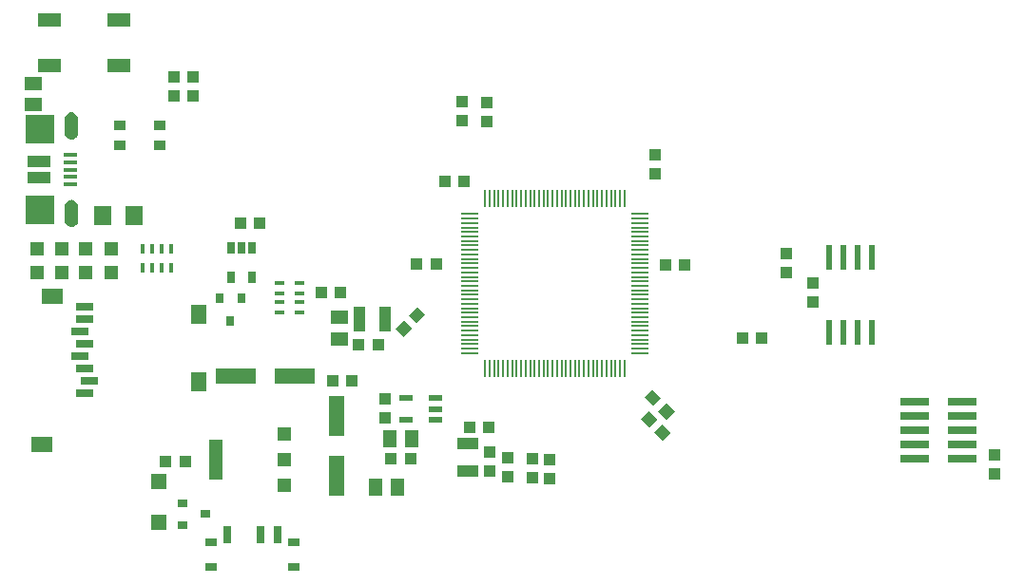
<source format=gbr>
G04 EAGLE Gerber RS-274X export*
G75*
%MOMM*%
%FSLAX34Y34*%
%LPD*%
%INSolderpaste Top*%
%IPPOS*%
%AMOC8*
5,1,8,0,0,1.08239X$1,22.5*%
G01*
%ADD10R,1.240000X1.500000*%
%ADD11R,3.556000X1.400000*%
%ADD12R,1.400000X3.556000*%
%ADD13R,1.200000X1.200000*%
%ADD14R,1.400000X1.400000*%
%ADD15R,1.200000X0.550000*%
%ADD16R,1.300000X1.300000*%
%ADD17R,1.300000X3.600000*%
%ADD18R,1.075000X1.000000*%
%ADD19R,0.889000X0.787400*%
%ADD20R,2.000000X1.000000*%
%ADD21R,2.500000X2.500000*%
%ADD22R,1.250000X0.300000*%
%ADD23R,1.600000X1.803000*%
%ADD24R,2.000000X1.200000*%
%ADD25R,1.500000X1.240000*%
%ADD26R,0.787400X0.889000*%
%ADD27R,0.690000X0.990000*%
%ADD28R,0.450000X0.900000*%
%ADD29R,0.900000X0.450000*%
%ADD30R,2.600000X0.760000*%
%ADD31R,1.000000X1.075000*%
%ADD32R,0.600000X2.200000*%
%ADD33R,1.000000X0.850000*%
%ADD34R,1.016000X2.200000*%
%ADD35R,1.900000X1.100000*%
%ADD36R,1.000000X0.800000*%
%ADD37R,0.700000X1.500000*%
%ADD38R,0.200000X1.600000*%
%ADD39R,1.600000X0.200000*%
%ADD40R,1.900000X1.400000*%
%ADD41R,1.400000X1.800000*%
%ADD42R,1.500000X0.700000*%

G36*
X52278Y407873D02*
X52278Y407873D01*
X53552Y408073D01*
X53599Y408090D01*
X53689Y408111D01*
X54885Y408589D01*
X54928Y408616D01*
X55011Y408656D01*
X56071Y409388D01*
X56107Y409424D01*
X56178Y409482D01*
X57049Y410432D01*
X57076Y410474D01*
X57133Y410547D01*
X57770Y411667D01*
X57787Y411714D01*
X57826Y411797D01*
X58199Y413031D01*
X58204Y413081D01*
X58224Y413171D01*
X58313Y414456D01*
X58311Y414476D01*
X58314Y414500D01*
X58314Y425500D01*
X58312Y425515D01*
X58313Y425535D01*
X58252Y426661D01*
X58241Y426708D01*
X58233Y426784D01*
X57952Y427877D01*
X57932Y427921D01*
X57910Y427994D01*
X57422Y429011D01*
X57394Y429050D01*
X57357Y429117D01*
X56680Y430020D01*
X56645Y430053D01*
X56596Y430111D01*
X55756Y430864D01*
X55715Y430890D01*
X55655Y430938D01*
X54684Y431512D01*
X54639Y431529D01*
X54572Y431565D01*
X53507Y431939D01*
X53460Y431947D01*
X53387Y431969D01*
X52270Y432128D01*
X52242Y432127D01*
X52090Y432128D01*
X50974Y431969D01*
X50928Y431954D01*
X50853Y431939D01*
X49788Y431565D01*
X49746Y431541D01*
X49676Y431512D01*
X48705Y430938D01*
X48668Y430906D01*
X48604Y430864D01*
X47764Y430111D01*
X47735Y430074D01*
X47680Y430020D01*
X47003Y429117D01*
X46981Y429074D01*
X46938Y429011D01*
X46450Y427994D01*
X46437Y427947D01*
X46408Y427877D01*
X46127Y426784D01*
X46124Y426736D01*
X46108Y426661D01*
X46047Y425535D01*
X46049Y425519D01*
X46046Y425500D01*
X46046Y414500D01*
X46049Y414485D01*
X46047Y414465D01*
X46108Y413339D01*
X46120Y413292D01*
X46127Y413216D01*
X46408Y412123D01*
X46428Y412079D01*
X46450Y412006D01*
X46938Y410989D01*
X46967Y410950D01*
X47003Y410883D01*
X47680Y409980D01*
X47715Y409947D01*
X47764Y409889D01*
X48604Y409136D01*
X48645Y409110D01*
X48705Y409062D01*
X49676Y408488D01*
X49721Y408471D01*
X49788Y408435D01*
X50853Y408061D01*
X50900Y408053D01*
X50974Y408031D01*
X52090Y407872D01*
X52091Y407872D01*
X52278Y407873D01*
G37*
G36*
X52278Y329873D02*
X52278Y329873D01*
X53552Y330073D01*
X53599Y330090D01*
X53689Y330111D01*
X54885Y330589D01*
X54928Y330616D01*
X55011Y330656D01*
X56071Y331388D01*
X56107Y331424D01*
X56178Y331482D01*
X57049Y332432D01*
X57076Y332474D01*
X57133Y332547D01*
X57770Y333667D01*
X57787Y333714D01*
X57826Y333797D01*
X58199Y335031D01*
X58204Y335081D01*
X58224Y335171D01*
X58313Y336456D01*
X58311Y336476D01*
X58314Y336500D01*
X58314Y347500D01*
X58312Y347515D01*
X58313Y347535D01*
X58252Y348661D01*
X58241Y348708D01*
X58233Y348784D01*
X57952Y349877D01*
X57932Y349921D01*
X57910Y349994D01*
X57422Y351011D01*
X57394Y351050D01*
X57357Y351117D01*
X56680Y352020D01*
X56645Y352053D01*
X56596Y352111D01*
X55756Y352864D01*
X55715Y352890D01*
X55655Y352938D01*
X54684Y353512D01*
X54639Y353529D01*
X54572Y353565D01*
X53507Y353939D01*
X53460Y353947D01*
X53387Y353969D01*
X52270Y354128D01*
X52242Y354127D01*
X52090Y354128D01*
X50974Y353969D01*
X50928Y353954D01*
X50853Y353939D01*
X49788Y353565D01*
X49746Y353541D01*
X49676Y353512D01*
X48705Y352938D01*
X48668Y352906D01*
X48604Y352864D01*
X47764Y352111D01*
X47735Y352074D01*
X47680Y352020D01*
X47003Y351117D01*
X46981Y351074D01*
X46938Y351011D01*
X46450Y349994D01*
X46437Y349947D01*
X46408Y349877D01*
X46127Y348784D01*
X46124Y348736D01*
X46108Y348661D01*
X46047Y347535D01*
X46049Y347519D01*
X46046Y347500D01*
X46046Y336500D01*
X46049Y336485D01*
X46047Y336465D01*
X46108Y335339D01*
X46120Y335292D01*
X46127Y335216D01*
X46408Y334123D01*
X46428Y334079D01*
X46450Y334006D01*
X46938Y332989D01*
X46967Y332950D01*
X47003Y332883D01*
X47680Y331980D01*
X47715Y331947D01*
X47764Y331889D01*
X48604Y331136D01*
X48645Y331110D01*
X48705Y331062D01*
X49676Y330488D01*
X49721Y330471D01*
X49788Y330435D01*
X50853Y330061D01*
X50900Y330053D01*
X50974Y330031D01*
X52090Y329872D01*
X52091Y329872D01*
X52278Y329873D01*
G37*
D10*
X342240Y97790D03*
X323240Y97790D03*
D11*
X198250Y196596D03*
X251330Y196596D03*
D12*
X288544Y161160D03*
X288544Y108080D03*
D13*
X21590Y289220D03*
X21590Y310220D03*
D14*
X130048Y66336D03*
X130048Y103336D03*
D13*
X87630Y310220D03*
X87630Y289220D03*
D10*
X354940Y140970D03*
X335940Y140970D03*
D15*
X376220Y158140D03*
X376220Y167640D03*
X376220Y177140D03*
X350220Y177140D03*
X350220Y158140D03*
D16*
X241828Y99174D03*
X241828Y122174D03*
X241828Y145174D03*
D17*
X180828Y122174D03*
D18*
X284870Y193040D03*
X301870Y193040D03*
X336940Y123190D03*
X353940Y123190D03*
D19*
X151130Y83566D03*
X151130Y64262D03*
X171450Y73914D03*
D18*
X153280Y120650D03*
X136280Y120650D03*
D20*
X23180Y388500D03*
X23180Y373500D03*
D21*
X24180Y417000D03*
X24180Y345000D03*
D22*
X50930Y394000D03*
X50930Y387500D03*
X50930Y381000D03*
X50930Y374500D03*
X50930Y368000D03*
D13*
X43180Y289220D03*
X43180Y310220D03*
X64770Y289220D03*
X64770Y310220D03*
D23*
X108200Y340360D03*
X79760Y340360D03*
D24*
X94500Y474030D03*
X32500Y474030D03*
X32500Y514030D03*
X94500Y514030D03*
D25*
X17780Y457810D03*
X17780Y438810D03*
D26*
X193802Y246380D03*
X184150Y266700D03*
X203454Y266700D03*
D18*
X202828Y332994D03*
X219828Y332994D03*
D27*
X213208Y310842D03*
X203708Y310842D03*
X194208Y310842D03*
X194208Y284942D03*
X213208Y284942D03*
D28*
X141270Y293760D03*
X141270Y310760D03*
X132270Y293760D03*
X124270Y293760D03*
X115270Y293760D03*
X115270Y310760D03*
X132270Y310760D03*
X124270Y310760D03*
D29*
X237880Y253700D03*
X254880Y253700D03*
X237880Y262700D03*
X237880Y270700D03*
X237880Y279700D03*
X254880Y279700D03*
X254880Y262700D03*
X254880Y270700D03*
D30*
X802730Y123190D03*
X802730Y135890D03*
X802730Y148590D03*
X802730Y161290D03*
X802730Y173990D03*
X845730Y123190D03*
X845730Y135890D03*
X845730Y148590D03*
X845730Y161290D03*
X845730Y173990D03*
D31*
X873760Y109610D03*
X873760Y126610D03*
D32*
X739140Y236090D03*
X739140Y302390D03*
X726440Y236090D03*
X751840Y236090D03*
X764540Y236090D03*
X726440Y302390D03*
X751840Y302390D03*
X764540Y302390D03*
D31*
X712470Y263280D03*
X712470Y280280D03*
D33*
X130530Y402730D03*
X95530Y402730D03*
X130530Y420230D03*
X95530Y420230D03*
D25*
X290925Y249286D03*
X290925Y230286D03*
D34*
X308546Y247868D03*
X331086Y247868D03*
D18*
X291895Y271371D03*
X274895Y271371D03*
D31*
X160174Y446314D03*
X160174Y463314D03*
X424180Y112150D03*
X424180Y129150D03*
D18*
X406790Y151130D03*
X423790Y151130D03*
D35*
X405130Y112460D03*
X405130Y136460D03*
D18*
X325159Y225045D03*
X308159Y225045D03*
D31*
X399829Y441468D03*
X399829Y424468D03*
D18*
G36*
X355147Y239519D02*
X347546Y231918D01*
X340475Y238989D01*
X348076Y246590D01*
X355147Y239519D01*
G37*
G36*
X367168Y251540D02*
X359567Y243939D01*
X352496Y251010D01*
X360097Y258611D01*
X367168Y251540D01*
G37*
G36*
X581727Y173048D02*
X589328Y165447D01*
X582257Y158376D01*
X574656Y165977D01*
X581727Y173048D01*
G37*
G36*
X569706Y185068D02*
X577307Y177467D01*
X570236Y170396D01*
X562635Y177997D01*
X569706Y185068D01*
G37*
D31*
X462280Y123562D03*
X462280Y106562D03*
X331714Y176512D03*
X331714Y159512D03*
X477538Y105546D03*
X477538Y122546D03*
D36*
X176860Y27100D03*
X176860Y49100D03*
X249860Y49100D03*
X249860Y27100D03*
D37*
X235860Y55600D03*
X220860Y55600D03*
X190860Y55600D03*
D18*
X384692Y370586D03*
X401692Y370586D03*
D31*
X143510Y446414D03*
X143510Y463414D03*
X421894Y441062D03*
X421894Y424062D03*
X571500Y394580D03*
X571500Y377580D03*
D18*
X667122Y230632D03*
X650122Y230632D03*
D38*
X420600Y203400D03*
X424600Y203400D03*
X428600Y203400D03*
X432600Y203400D03*
X436600Y203400D03*
X440600Y203400D03*
X444600Y203400D03*
X448600Y203400D03*
X452600Y203400D03*
X456600Y203400D03*
X460600Y203400D03*
X464600Y203400D03*
X468600Y203400D03*
X472600Y203400D03*
X476600Y203400D03*
X480600Y203400D03*
X484600Y203400D03*
X488600Y203400D03*
X492600Y203400D03*
X496600Y203400D03*
X500600Y203400D03*
X504600Y203400D03*
X508600Y203400D03*
X512600Y203400D03*
X516600Y203400D03*
X520600Y203400D03*
X524600Y203400D03*
X528600Y203400D03*
X532600Y203400D03*
X536600Y203400D03*
X540600Y203400D03*
X544600Y203400D03*
D39*
X558600Y217400D03*
X558600Y221400D03*
X558600Y225400D03*
X558600Y229400D03*
X558600Y233400D03*
X558600Y237400D03*
X558600Y241400D03*
X558600Y245400D03*
X558600Y249400D03*
X558600Y253400D03*
X558600Y257400D03*
X558600Y261400D03*
X558600Y265400D03*
X558600Y269400D03*
X558600Y273400D03*
X558600Y277400D03*
X558600Y281400D03*
X558600Y285400D03*
X558600Y289400D03*
X558600Y293400D03*
X558600Y297400D03*
X558600Y301400D03*
X558600Y305400D03*
X558600Y309400D03*
X558600Y313400D03*
X558600Y317400D03*
X558600Y321400D03*
X558600Y325400D03*
X558600Y329400D03*
X558600Y333400D03*
X558600Y337400D03*
X558600Y341400D03*
D38*
X544600Y355400D03*
X540600Y355400D03*
X536600Y355400D03*
X532600Y355400D03*
X528600Y355400D03*
X524600Y355400D03*
X520600Y355400D03*
X516600Y355400D03*
X512600Y355400D03*
X508600Y355400D03*
X504600Y355400D03*
X500600Y355400D03*
X496600Y355400D03*
X492600Y355400D03*
X488600Y355400D03*
X484600Y355400D03*
X480600Y355400D03*
X476600Y355400D03*
X472600Y355400D03*
X468600Y355400D03*
X464600Y355400D03*
X460600Y355400D03*
X456600Y355400D03*
X452600Y355400D03*
X448600Y355400D03*
X444600Y355400D03*
X440600Y355400D03*
X436600Y355400D03*
X432600Y355400D03*
X428600Y355400D03*
X424600Y355400D03*
X420600Y355400D03*
D39*
X406600Y341400D03*
X406600Y337400D03*
X406600Y333400D03*
X406600Y329400D03*
X406600Y325400D03*
X406600Y321400D03*
X406600Y317400D03*
X406600Y313400D03*
X406600Y309400D03*
X406600Y305400D03*
X406600Y301400D03*
X406600Y297400D03*
X406600Y293400D03*
X406600Y289400D03*
X406600Y285400D03*
X406600Y281400D03*
X406600Y277400D03*
X406600Y273400D03*
X406600Y269400D03*
X406600Y265400D03*
X406600Y261400D03*
X406600Y257400D03*
X406600Y253400D03*
X406600Y249400D03*
X406600Y245400D03*
X406600Y241400D03*
X406600Y237400D03*
X406600Y233400D03*
X406600Y229400D03*
X406600Y225400D03*
X406600Y221400D03*
X406600Y217400D03*
D18*
X581034Y296418D03*
X598034Y296418D03*
X359800Y297180D03*
X376800Y297180D03*
D31*
X440690Y106816D03*
X440690Y123816D03*
D18*
G36*
X578515Y153726D02*
X586116Y146125D01*
X579045Y139054D01*
X571444Y146655D01*
X578515Y153726D01*
G37*
G36*
X566495Y165746D02*
X574096Y158145D01*
X567025Y151074D01*
X559424Y158675D01*
X566495Y165746D01*
G37*
D31*
X688340Y305934D03*
X688340Y288934D03*
D40*
X34780Y267780D03*
X25780Y135780D03*
D41*
X165780Y251780D03*
X165780Y191780D03*
D42*
X63780Y258780D03*
X63780Y247780D03*
X59780Y236780D03*
X63780Y225780D03*
X59780Y214780D03*
X63780Y203780D03*
X67780Y192780D03*
X63780Y181780D03*
M02*

</source>
